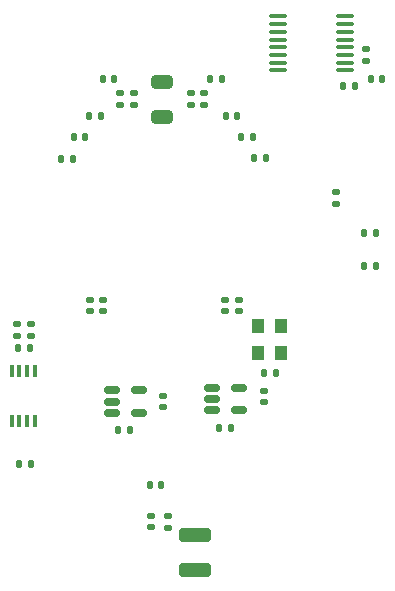
<source format=gtp>
G04 #@! TF.GenerationSoftware,KiCad,Pcbnew,8.0.4*
G04 #@! TF.CreationDate,2024-12-27T03:35:07+01:00*
G04 #@! TF.ProjectId,nerdaxe-gamma,6e657264-6178-4652-9d67-616d6d612e6b,rev?*
G04 #@! TF.SameCoordinates,Original*
G04 #@! TF.FileFunction,Paste,Top*
G04 #@! TF.FilePolarity,Positive*
%FSLAX46Y46*%
G04 Gerber Fmt 4.6, Leading zero omitted, Abs format (unit mm)*
G04 Created by KiCad (PCBNEW 8.0.4) date 2024-12-27 03:35:07*
%MOMM*%
%LPD*%
G01*
G04 APERTURE LIST*
G04 Aperture macros list*
%AMRoundRect*
0 Rectangle with rounded corners*
0 $1 Rounding radius*
0 $2 $3 $4 $5 $6 $7 $8 $9 X,Y pos of 4 corners*
0 Add a 4 corners polygon primitive as box body*
4,1,4,$2,$3,$4,$5,$6,$7,$8,$9,$2,$3,0*
0 Add four circle primitives for the rounded corners*
1,1,$1+$1,$2,$3*
1,1,$1+$1,$4,$5*
1,1,$1+$1,$6,$7*
1,1,$1+$1,$8,$9*
0 Add four rect primitives between the rounded corners*
20,1,$1+$1,$2,$3,$4,$5,0*
20,1,$1+$1,$4,$5,$6,$7,0*
20,1,$1+$1,$6,$7,$8,$9,0*
20,1,$1+$1,$8,$9,$2,$3,0*%
G04 Aperture macros list end*
%ADD10RoundRect,0.135000X0.135000X0.185000X-0.135000X0.185000X-0.135000X-0.185000X0.135000X-0.185000X0*%
%ADD11RoundRect,0.250000X-1.100000X0.325000X-1.100000X-0.325000X1.100000X-0.325000X1.100000X0.325000X0*%
%ADD12RoundRect,0.140000X0.140000X0.170000X-0.140000X0.170000X-0.140000X-0.170000X0.140000X-0.170000X0*%
%ADD13RoundRect,0.140000X0.170000X-0.140000X0.170000X0.140000X-0.170000X0.140000X-0.170000X-0.140000X0*%
%ADD14RoundRect,0.140000X-0.170000X0.140000X-0.170000X-0.140000X0.170000X-0.140000X0.170000X0.140000X0*%
%ADD15RoundRect,0.135000X-0.185000X0.135000X-0.185000X-0.135000X0.185000X-0.135000X0.185000X0.135000X0*%
%ADD16RoundRect,0.150000X-0.512500X-0.150000X0.512500X-0.150000X0.512500X0.150000X-0.512500X0.150000X0*%
%ADD17R,1.100000X1.300000*%
%ADD18RoundRect,0.140000X-0.140000X-0.170000X0.140000X-0.170000X0.140000X0.170000X-0.140000X0.170000X0*%
%ADD19RoundRect,0.250000X-0.650000X0.325000X-0.650000X-0.325000X0.650000X-0.325000X0.650000X0.325000X0*%
%ADD20RoundRect,0.135000X0.185000X-0.135000X0.185000X0.135000X-0.185000X0.135000X-0.185000X-0.135000X0*%
%ADD21R,0.400000X1.100000*%
%ADD22RoundRect,0.100000X-0.637500X-0.100000X0.637500X-0.100000X0.637500X0.100000X-0.637500X0.100000X0*%
%ADD23RoundRect,0.135000X-0.135000X-0.185000X0.135000X-0.185000X0.135000X0.185000X-0.135000X0.185000X0*%
G04 APERTURE END LIST*
D10*
X122010000Y-103710000D03*
X120990000Y-103710000D03*
D11*
X108458000Y-141781000D03*
X108458000Y-144731000D03*
D12*
X101570000Y-103154000D03*
X100610000Y-103154000D03*
D13*
X100655438Y-122810000D03*
X100655438Y-121850000D03*
D14*
X108072400Y-104360000D03*
X108072400Y-105320000D03*
D15*
X94520000Y-123850000D03*
X94520000Y-124870000D03*
D12*
X99161000Y-108024000D03*
X98201000Y-108024000D03*
D14*
X102110000Y-104360000D03*
X102110000Y-105320000D03*
D16*
X101392500Y-129520000D03*
X101392500Y-130470000D03*
X101392500Y-131420000D03*
X103667500Y-131420000D03*
X103667500Y-129520000D03*
D13*
X99525438Y-122820000D03*
X99525438Y-121860000D03*
X112140000Y-122790000D03*
X112140000Y-121830000D03*
D17*
X115680000Y-126370000D03*
X115680000Y-124070000D03*
X113780000Y-124070000D03*
X113780000Y-126370000D03*
D18*
X101940000Y-132840000D03*
X102900000Y-132840000D03*
D12*
X115270000Y-128010000D03*
X114310000Y-128010000D03*
D10*
X123720000Y-118980000D03*
X122700000Y-118980000D03*
D19*
X105670000Y-103375000D03*
X105670000Y-106325000D03*
D20*
X106174000Y-141148000D03*
X106174000Y-140128000D03*
D21*
X94870000Y-127840000D03*
X94220000Y-127840000D03*
X93570000Y-127840000D03*
X92920000Y-127840000D03*
X92920000Y-132140000D03*
X93570000Y-132140000D03*
X94220000Y-132140000D03*
X94870000Y-132140000D03*
D16*
X109843500Y-129279000D03*
X109843500Y-130229000D03*
X109843500Y-131179000D03*
X112118500Y-131179000D03*
X112118500Y-129279000D03*
D14*
X122930000Y-100640000D03*
X122930000Y-101600000D03*
X103240000Y-104360000D03*
X103240000Y-105320000D03*
D15*
X120380000Y-112750000D03*
X120380000Y-113770000D03*
D14*
X104734000Y-140138000D03*
X104734000Y-141098000D03*
D12*
X98090000Y-109925000D03*
X97130000Y-109925000D03*
X114410000Y-109860000D03*
X113450000Y-109860000D03*
D22*
X115427500Y-97855000D03*
X115427500Y-98505000D03*
X115427500Y-99155000D03*
X115427500Y-99805000D03*
X115427500Y-100455000D03*
X115427500Y-101105000D03*
X115427500Y-101755000D03*
X115427500Y-102405000D03*
X121152500Y-102405000D03*
X121152500Y-101755000D03*
X121152500Y-101105000D03*
X121152500Y-100455000D03*
X121152500Y-99805000D03*
X121152500Y-99155000D03*
X121152500Y-98505000D03*
X121152500Y-97855000D03*
D23*
X93560000Y-135710000D03*
X94580000Y-135710000D03*
D12*
X112010000Y-106266000D03*
X111050000Y-106266000D03*
D20*
X93380000Y-124870000D03*
X93380000Y-123850000D03*
D18*
X110481000Y-132739000D03*
X111441000Y-132739000D03*
D12*
X124270000Y-103110000D03*
X123310000Y-103110000D03*
D13*
X111000000Y-122790000D03*
X111000000Y-121830000D03*
D14*
X109190000Y-104360000D03*
X109190000Y-105320000D03*
D10*
X123720000Y-116220000D03*
X122700000Y-116220000D03*
D12*
X110695000Y-103146000D03*
X109735000Y-103146000D03*
X94440000Y-125940000D03*
X93480000Y-125940000D03*
X113310000Y-108026000D03*
X112350000Y-108026000D03*
X105574000Y-137528000D03*
X104614000Y-137528000D03*
D14*
X114240000Y-129540000D03*
X114240000Y-130500000D03*
D12*
X100441000Y-106284000D03*
X99481000Y-106284000D03*
D14*
X105750000Y-129990000D03*
X105750000Y-130950000D03*
M02*

</source>
